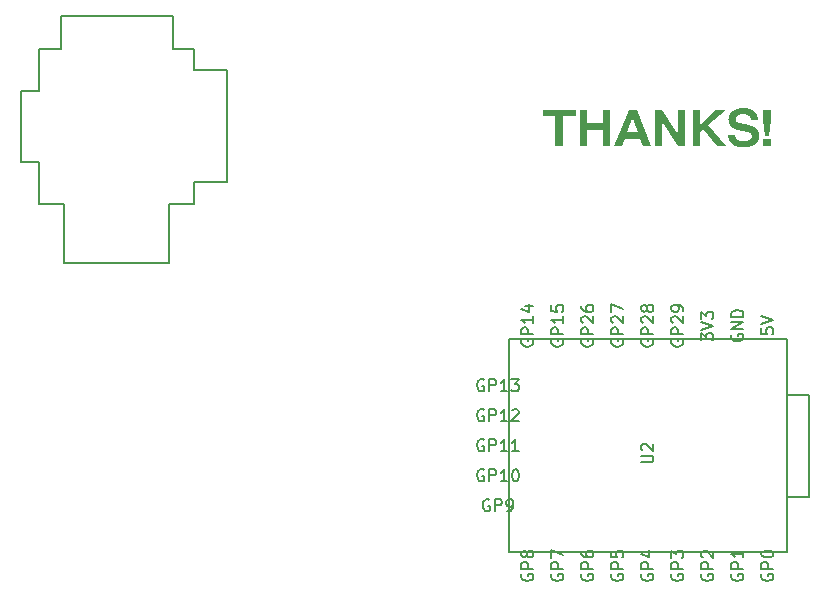
<source format=gbr>
%TF.GenerationSoftware,KiCad,Pcbnew,7.0.8*%
%TF.CreationDate,2024-01-07T19:03:19+09:00*%
%TF.ProjectId,coolpad29,636f6f6c-7061-4643-9239-2e6b69636164,rev?*%
%TF.SameCoordinates,Original*%
%TF.FileFunction,Legend,Top*%
%TF.FilePolarity,Positive*%
%FSLAX46Y46*%
G04 Gerber Fmt 4.6, Leading zero omitted, Abs format (unit mm)*
G04 Created by KiCad (PCBNEW 7.0.8) date 2024-01-07 19:03:19*
%MOMM*%
%LPD*%
G01*
G04 APERTURE LIST*
%ADD10C,0.600000*%
%ADD11C,0.150000*%
%ADD12C,0.200000*%
G04 APERTURE END LIST*
D10*
G36*
X46450572Y-14591053D02*
G01*
X46450572Y-14064954D01*
X43652281Y-14064954D01*
X43652281Y-14591053D01*
X44744780Y-14591053D01*
X44744780Y-17160000D01*
X45358806Y-17160000D01*
X45358806Y-14591053D01*
X46450572Y-14591053D01*
G37*
G36*
X49371960Y-17160000D02*
G01*
X49371960Y-14064954D01*
X48757934Y-14064954D01*
X48757934Y-15237320D01*
X47406782Y-15237320D01*
X47406782Y-14064954D01*
X46792756Y-14064954D01*
X46792756Y-17160000D01*
X47406782Y-17160000D01*
X47406782Y-15763419D01*
X48757934Y-15763419D01*
X48757934Y-17160000D01*
X49371960Y-17160000D01*
G37*
G36*
X52800397Y-17160000D02*
G01*
X52122623Y-17160000D01*
X51896210Y-16509337D01*
X50640314Y-16509337D01*
X50413168Y-17160000D01*
X49736127Y-17160000D01*
X50188531Y-15987634D01*
X50824228Y-15987634D01*
X51715959Y-15987634D01*
X51315157Y-14845310D01*
X51269727Y-14665059D01*
X51221367Y-14845310D01*
X50824228Y-15987634D01*
X50188531Y-15987634D01*
X50930474Y-14064954D01*
X51605317Y-14064954D01*
X52800397Y-17160000D01*
G37*
G36*
X55743768Y-17160000D02*
G01*
X55743768Y-14064954D01*
X55150990Y-14064954D01*
X55150990Y-15851346D01*
X55233056Y-16527655D01*
X55022763Y-16016210D01*
X53805701Y-14064954D01*
X53164563Y-14064954D01*
X53164563Y-17160000D01*
X53757341Y-17160000D01*
X53757341Y-15372142D01*
X53675275Y-14698032D01*
X53885568Y-15208743D01*
X55102630Y-17160000D01*
X55743768Y-17160000D01*
G37*
G36*
X59171472Y-17160000D02*
G01*
X57670844Y-15372875D01*
X59139965Y-14064954D01*
X58279741Y-14064954D01*
X56964494Y-15328178D01*
X56964494Y-14064954D01*
X56350467Y-14064954D01*
X56350467Y-17160000D01*
X56964494Y-17160000D01*
X56964494Y-15994961D01*
X57248792Y-15742903D01*
X58399909Y-17160000D01*
X59171472Y-17160000D01*
G37*
G36*
X61993942Y-16240425D02*
G01*
X61992356Y-16183435D01*
X61987705Y-16128932D01*
X61980145Y-16076862D01*
X61969835Y-16027171D01*
X61956934Y-15979804D01*
X61941600Y-15934707D01*
X61923990Y-15891826D01*
X61904263Y-15851106D01*
X61882578Y-15812493D01*
X61859091Y-15775932D01*
X61833963Y-15741370D01*
X61807350Y-15708752D01*
X61779411Y-15678023D01*
X61750304Y-15649130D01*
X61720187Y-15622017D01*
X61689219Y-15596632D01*
X61657557Y-15572918D01*
X61625360Y-15550822D01*
X61592786Y-15530290D01*
X61559994Y-15511267D01*
X61527141Y-15493699D01*
X61494385Y-15477532D01*
X61461885Y-15462711D01*
X61429799Y-15449181D01*
X61398284Y-15436890D01*
X61367501Y-15425781D01*
X61337605Y-15415801D01*
X61308757Y-15406896D01*
X61254832Y-15392092D01*
X61206992Y-15380935D01*
X60409050Y-15203614D01*
X60379753Y-15196790D01*
X60325005Y-15182185D01*
X60275229Y-15166318D01*
X60230236Y-15149205D01*
X60189836Y-15130865D01*
X60153842Y-15111314D01*
X60122063Y-15090569D01*
X60094312Y-15068648D01*
X60070399Y-15045568D01*
X60050135Y-15021346D01*
X60033331Y-14995998D01*
X60019799Y-14969544D01*
X60009350Y-14941998D01*
X60001795Y-14913380D01*
X59996944Y-14883705D01*
X59994609Y-14852991D01*
X59994326Y-14837250D01*
X59995901Y-14802875D01*
X60000506Y-14770598D01*
X60007958Y-14740353D01*
X60018074Y-14712074D01*
X60045572Y-14661148D01*
X60081544Y-14617294D01*
X60124530Y-14579983D01*
X60173075Y-14548687D01*
X60225719Y-14522877D01*
X60253123Y-14511865D01*
X60281006Y-14502027D01*
X60309185Y-14493296D01*
X60337478Y-14485607D01*
X60393677Y-14473090D01*
X60448147Y-14463947D01*
X60499428Y-14457651D01*
X60546064Y-14453673D01*
X60586597Y-14451486D01*
X60619569Y-14450560D01*
X60643524Y-14450369D01*
X60676010Y-14450755D01*
X60714747Y-14452319D01*
X60758619Y-14455673D01*
X60806510Y-14461429D01*
X60857303Y-14470199D01*
X60909882Y-14482595D01*
X60963131Y-14499229D01*
X61015933Y-14520711D01*
X61067172Y-14547655D01*
X61115733Y-14580672D01*
X61138660Y-14599649D01*
X61160498Y-14620373D01*
X61181108Y-14642922D01*
X61200351Y-14667371D01*
X61218088Y-14693798D01*
X61234177Y-14722278D01*
X61248481Y-14752888D01*
X61260859Y-14785704D01*
X61271172Y-14820804D01*
X61279280Y-14858263D01*
X61285044Y-14898158D01*
X61288325Y-14940565D01*
X61906015Y-14940565D01*
X61900014Y-14904766D01*
X61893951Y-14870293D01*
X61887809Y-14837100D01*
X61881567Y-14805144D01*
X61875208Y-14774381D01*
X61868713Y-14744766D01*
X61855239Y-14688804D01*
X61840997Y-14636903D01*
X61825837Y-14588709D01*
X61809610Y-14543868D01*
X61792167Y-14502027D01*
X61773359Y-14462830D01*
X61753036Y-14425923D01*
X61731050Y-14390953D01*
X61707251Y-14357565D01*
X61681490Y-14325404D01*
X61653617Y-14294118D01*
X61623484Y-14263351D01*
X61590942Y-14232749D01*
X61563772Y-14208914D01*
X61536013Y-14186298D01*
X61507707Y-14164870D01*
X61478901Y-14144601D01*
X61449640Y-14125460D01*
X61419968Y-14107417D01*
X61389930Y-14090441D01*
X61359571Y-14074503D01*
X61328937Y-14059571D01*
X61298071Y-14045615D01*
X61267020Y-14032606D01*
X61235827Y-14020512D01*
X61204539Y-14009304D01*
X61173199Y-13998952D01*
X61141853Y-13989424D01*
X61110546Y-13980690D01*
X61079323Y-13972721D01*
X61048229Y-13965486D01*
X61017308Y-13958954D01*
X60986605Y-13953096D01*
X60956166Y-13947880D01*
X60926036Y-13943277D01*
X60896259Y-13939257D01*
X60866880Y-13935788D01*
X60809497Y-13930385D01*
X60754247Y-13926826D01*
X60701489Y-13924869D01*
X60651584Y-13924270D01*
X60594725Y-13925048D01*
X60537715Y-13927398D01*
X60480683Y-13931350D01*
X60423757Y-13936930D01*
X60367064Y-13944166D01*
X60310734Y-13953086D01*
X60254894Y-13963717D01*
X60199673Y-13976088D01*
X60145199Y-13990225D01*
X60091601Y-14006157D01*
X60039006Y-14023910D01*
X59987543Y-14043513D01*
X59937340Y-14064994D01*
X59888525Y-14088379D01*
X59841227Y-14113697D01*
X59795573Y-14140975D01*
X59751693Y-14170241D01*
X59709715Y-14201522D01*
X59669766Y-14234846D01*
X59631975Y-14270241D01*
X59596470Y-14307735D01*
X59563379Y-14347354D01*
X59532832Y-14389127D01*
X59504955Y-14433082D01*
X59479878Y-14479245D01*
X59457728Y-14527645D01*
X59438634Y-14578309D01*
X59422723Y-14631265D01*
X59410126Y-14686540D01*
X59400968Y-14744162D01*
X59395380Y-14804160D01*
X59393489Y-14866559D01*
X59394773Y-14921881D01*
X59398564Y-14975081D01*
X59404775Y-15026200D01*
X59413314Y-15075279D01*
X59424093Y-15122361D01*
X59437021Y-15167486D01*
X59452011Y-15210695D01*
X59468971Y-15252032D01*
X59487813Y-15291536D01*
X59508447Y-15329249D01*
X59530784Y-15365213D01*
X59554733Y-15399469D01*
X59580207Y-15432059D01*
X59607114Y-15463024D01*
X59635366Y-15492405D01*
X59664873Y-15520245D01*
X59695546Y-15546584D01*
X59727295Y-15571464D01*
X59760030Y-15594926D01*
X59793663Y-15617012D01*
X59828103Y-15637763D01*
X59863262Y-15657222D01*
X59899049Y-15675428D01*
X59935376Y-15692424D01*
X59972152Y-15708252D01*
X60009289Y-15722952D01*
X60046696Y-15736566D01*
X60084284Y-15749135D01*
X60121965Y-15760701D01*
X60159647Y-15771306D01*
X60197242Y-15780991D01*
X60234661Y-15789797D01*
X60973984Y-15954661D01*
X61023564Y-15966532D01*
X61069571Y-15978905D01*
X61112058Y-15991960D01*
X61151075Y-16005872D01*
X61186676Y-16020819D01*
X61218910Y-16036977D01*
X61247830Y-16054524D01*
X61273487Y-16073638D01*
X61295932Y-16094494D01*
X61315218Y-16117271D01*
X61331395Y-16142145D01*
X61344516Y-16169293D01*
X61354631Y-16198893D01*
X61361792Y-16231122D01*
X61366051Y-16266156D01*
X61367459Y-16304173D01*
X61365776Y-16341697D01*
X61360850Y-16376969D01*
X61352870Y-16410057D01*
X61342024Y-16441031D01*
X61328501Y-16469961D01*
X61312489Y-16496917D01*
X61294176Y-16521968D01*
X61273750Y-16545183D01*
X61251400Y-16566633D01*
X61227313Y-16586387D01*
X61201679Y-16604514D01*
X61174685Y-16621085D01*
X61146519Y-16636168D01*
X61117369Y-16649835D01*
X61087425Y-16662153D01*
X61056874Y-16673193D01*
X61025904Y-16683025D01*
X60994704Y-16691717D01*
X60963462Y-16699340D01*
X60932366Y-16705964D01*
X60901604Y-16711658D01*
X60871365Y-16716491D01*
X60841837Y-16720533D01*
X60785665Y-16726524D01*
X60734596Y-16730187D01*
X60690135Y-16732080D01*
X60653788Y-16732760D01*
X60639127Y-16732819D01*
X60594590Y-16732113D01*
X60546198Y-16729612D01*
X60494837Y-16724738D01*
X60441394Y-16716916D01*
X60386752Y-16705570D01*
X60331798Y-16690122D01*
X60277417Y-16669996D01*
X60224494Y-16644617D01*
X60198857Y-16629776D01*
X60173916Y-16613407D01*
X60149783Y-16595435D01*
X60126568Y-16575790D01*
X60104381Y-16554399D01*
X60083335Y-16531191D01*
X60063538Y-16506092D01*
X60045102Y-16479031D01*
X60028138Y-16449937D01*
X60012755Y-16418736D01*
X59999066Y-16385358D01*
X59987181Y-16349729D01*
X59977209Y-16311778D01*
X59969263Y-16271433D01*
X59963452Y-16228622D01*
X59959888Y-16183272D01*
X59345861Y-16183272D01*
X59352474Y-16267701D01*
X59363127Y-16347681D01*
X59377644Y-16423330D01*
X59395850Y-16494762D01*
X59417569Y-16562094D01*
X59442626Y-16625443D01*
X59470843Y-16684922D01*
X59502047Y-16740650D01*
X59536061Y-16792741D01*
X59572708Y-16841311D01*
X59611815Y-16886477D01*
X59653204Y-16928354D01*
X59696700Y-16967059D01*
X59742127Y-17002706D01*
X59789309Y-17035413D01*
X59838072Y-17065294D01*
X59888238Y-17092467D01*
X59939632Y-17117046D01*
X59992079Y-17139148D01*
X60045402Y-17158889D01*
X60099427Y-17176384D01*
X60153976Y-17191750D01*
X60208875Y-17205102D01*
X60263947Y-17216557D01*
X60319018Y-17226230D01*
X60373910Y-17234237D01*
X60428449Y-17240694D01*
X60482458Y-17245717D01*
X60535762Y-17249422D01*
X60588185Y-17251925D01*
X60639551Y-17253342D01*
X60689685Y-17253789D01*
X60765501Y-17252518D01*
X60839331Y-17248744D01*
X60911149Y-17242519D01*
X60980925Y-17233898D01*
X61048633Y-17222935D01*
X61114245Y-17209686D01*
X61177734Y-17194204D01*
X61239072Y-17176543D01*
X61298230Y-17156758D01*
X61355182Y-17134904D01*
X61409900Y-17111034D01*
X61462356Y-17085203D01*
X61512523Y-17057465D01*
X61560373Y-17027874D01*
X61605878Y-16996486D01*
X61649010Y-16963353D01*
X61689743Y-16928532D01*
X61728048Y-16892075D01*
X61763898Y-16854038D01*
X61797265Y-16814474D01*
X61828121Y-16773438D01*
X61856439Y-16730984D01*
X61882192Y-16687167D01*
X61905351Y-16642041D01*
X61925889Y-16595660D01*
X61943778Y-16548078D01*
X61958991Y-16499351D01*
X61971500Y-16449532D01*
X61981277Y-16398675D01*
X61988295Y-16346836D01*
X61992526Y-16294068D01*
X61993942Y-16240425D01*
G37*
G36*
X62958213Y-14936901D02*
G01*
X62958213Y-14064954D01*
X62344187Y-14064954D01*
X62344187Y-14936901D01*
X62493663Y-16334947D01*
X62813133Y-16334947D01*
X62958213Y-14936901D01*
G37*
G36*
X62958213Y-17160000D02*
G01*
X62958213Y-16546706D01*
X62344187Y-16546706D01*
X62344187Y-17160000D01*
X62958213Y-17160000D01*
G37*
D11*
X52014819Y-43921904D02*
X52824342Y-43921904D01*
X52824342Y-43921904D02*
X52919580Y-43874285D01*
X52919580Y-43874285D02*
X52967200Y-43826666D01*
X52967200Y-43826666D02*
X53014819Y-43731428D01*
X53014819Y-43731428D02*
X53014819Y-43540952D01*
X53014819Y-43540952D02*
X52967200Y-43445714D01*
X52967200Y-43445714D02*
X52919580Y-43398095D01*
X52919580Y-43398095D02*
X52824342Y-43350476D01*
X52824342Y-43350476D02*
X52014819Y-43350476D01*
X52110057Y-42921904D02*
X52062438Y-42874285D01*
X52062438Y-42874285D02*
X52014819Y-42779047D01*
X52014819Y-42779047D02*
X52014819Y-42540952D01*
X52014819Y-42540952D02*
X52062438Y-42445714D01*
X52062438Y-42445714D02*
X52110057Y-42398095D01*
X52110057Y-42398095D02*
X52205295Y-42350476D01*
X52205295Y-42350476D02*
X52300533Y-42350476D01*
X52300533Y-42350476D02*
X52443390Y-42398095D01*
X52443390Y-42398095D02*
X53014819Y-42969523D01*
X53014819Y-42969523D02*
X53014819Y-42350476D01*
X39155714Y-47102438D02*
X39060476Y-47054819D01*
X39060476Y-47054819D02*
X38917619Y-47054819D01*
X38917619Y-47054819D02*
X38774762Y-47102438D01*
X38774762Y-47102438D02*
X38679524Y-47197676D01*
X38679524Y-47197676D02*
X38631905Y-47292914D01*
X38631905Y-47292914D02*
X38584286Y-47483390D01*
X38584286Y-47483390D02*
X38584286Y-47626247D01*
X38584286Y-47626247D02*
X38631905Y-47816723D01*
X38631905Y-47816723D02*
X38679524Y-47911961D01*
X38679524Y-47911961D02*
X38774762Y-48007200D01*
X38774762Y-48007200D02*
X38917619Y-48054819D01*
X38917619Y-48054819D02*
X39012857Y-48054819D01*
X39012857Y-48054819D02*
X39155714Y-48007200D01*
X39155714Y-48007200D02*
X39203333Y-47959580D01*
X39203333Y-47959580D02*
X39203333Y-47626247D01*
X39203333Y-47626247D02*
X39012857Y-47626247D01*
X39631905Y-48054819D02*
X39631905Y-47054819D01*
X39631905Y-47054819D02*
X40012857Y-47054819D01*
X40012857Y-47054819D02*
X40108095Y-47102438D01*
X40108095Y-47102438D02*
X40155714Y-47150057D01*
X40155714Y-47150057D02*
X40203333Y-47245295D01*
X40203333Y-47245295D02*
X40203333Y-47388152D01*
X40203333Y-47388152D02*
X40155714Y-47483390D01*
X40155714Y-47483390D02*
X40108095Y-47531009D01*
X40108095Y-47531009D02*
X40012857Y-47578628D01*
X40012857Y-47578628D02*
X39631905Y-47578628D01*
X40679524Y-48054819D02*
X40870000Y-48054819D01*
X40870000Y-48054819D02*
X40965238Y-48007200D01*
X40965238Y-48007200D02*
X41012857Y-47959580D01*
X41012857Y-47959580D02*
X41108095Y-47816723D01*
X41108095Y-47816723D02*
X41155714Y-47626247D01*
X41155714Y-47626247D02*
X41155714Y-47245295D01*
X41155714Y-47245295D02*
X41108095Y-47150057D01*
X41108095Y-47150057D02*
X41060476Y-47102438D01*
X41060476Y-47102438D02*
X40965238Y-47054819D01*
X40965238Y-47054819D02*
X40774762Y-47054819D01*
X40774762Y-47054819D02*
X40679524Y-47102438D01*
X40679524Y-47102438D02*
X40631905Y-47150057D01*
X40631905Y-47150057D02*
X40584286Y-47245295D01*
X40584286Y-47245295D02*
X40584286Y-47483390D01*
X40584286Y-47483390D02*
X40631905Y-47578628D01*
X40631905Y-47578628D02*
X40679524Y-47626247D01*
X40679524Y-47626247D02*
X40774762Y-47673866D01*
X40774762Y-47673866D02*
X40965238Y-47673866D01*
X40965238Y-47673866D02*
X41060476Y-47626247D01*
X41060476Y-47626247D02*
X41108095Y-47578628D01*
X41108095Y-47578628D02*
X41155714Y-47483390D01*
X38679523Y-42022438D02*
X38584285Y-41974819D01*
X38584285Y-41974819D02*
X38441428Y-41974819D01*
X38441428Y-41974819D02*
X38298571Y-42022438D01*
X38298571Y-42022438D02*
X38203333Y-42117676D01*
X38203333Y-42117676D02*
X38155714Y-42212914D01*
X38155714Y-42212914D02*
X38108095Y-42403390D01*
X38108095Y-42403390D02*
X38108095Y-42546247D01*
X38108095Y-42546247D02*
X38155714Y-42736723D01*
X38155714Y-42736723D02*
X38203333Y-42831961D01*
X38203333Y-42831961D02*
X38298571Y-42927200D01*
X38298571Y-42927200D02*
X38441428Y-42974819D01*
X38441428Y-42974819D02*
X38536666Y-42974819D01*
X38536666Y-42974819D02*
X38679523Y-42927200D01*
X38679523Y-42927200D02*
X38727142Y-42879580D01*
X38727142Y-42879580D02*
X38727142Y-42546247D01*
X38727142Y-42546247D02*
X38536666Y-42546247D01*
X39155714Y-42974819D02*
X39155714Y-41974819D01*
X39155714Y-41974819D02*
X39536666Y-41974819D01*
X39536666Y-41974819D02*
X39631904Y-42022438D01*
X39631904Y-42022438D02*
X39679523Y-42070057D01*
X39679523Y-42070057D02*
X39727142Y-42165295D01*
X39727142Y-42165295D02*
X39727142Y-42308152D01*
X39727142Y-42308152D02*
X39679523Y-42403390D01*
X39679523Y-42403390D02*
X39631904Y-42451009D01*
X39631904Y-42451009D02*
X39536666Y-42498628D01*
X39536666Y-42498628D02*
X39155714Y-42498628D01*
X40679523Y-42974819D02*
X40108095Y-42974819D01*
X40393809Y-42974819D02*
X40393809Y-41974819D01*
X40393809Y-41974819D02*
X40298571Y-42117676D01*
X40298571Y-42117676D02*
X40203333Y-42212914D01*
X40203333Y-42212914D02*
X40108095Y-42260533D01*
X41631904Y-42974819D02*
X41060476Y-42974819D01*
X41346190Y-42974819D02*
X41346190Y-41974819D01*
X41346190Y-41974819D02*
X41250952Y-42117676D01*
X41250952Y-42117676D02*
X41155714Y-42212914D01*
X41155714Y-42212914D02*
X41060476Y-42260533D01*
X59692438Y-53394285D02*
X59644819Y-53489523D01*
X59644819Y-53489523D02*
X59644819Y-53632380D01*
X59644819Y-53632380D02*
X59692438Y-53775237D01*
X59692438Y-53775237D02*
X59787676Y-53870475D01*
X59787676Y-53870475D02*
X59882914Y-53918094D01*
X59882914Y-53918094D02*
X60073390Y-53965713D01*
X60073390Y-53965713D02*
X60216247Y-53965713D01*
X60216247Y-53965713D02*
X60406723Y-53918094D01*
X60406723Y-53918094D02*
X60501961Y-53870475D01*
X60501961Y-53870475D02*
X60597200Y-53775237D01*
X60597200Y-53775237D02*
X60644819Y-53632380D01*
X60644819Y-53632380D02*
X60644819Y-53537142D01*
X60644819Y-53537142D02*
X60597200Y-53394285D01*
X60597200Y-53394285D02*
X60549580Y-53346666D01*
X60549580Y-53346666D02*
X60216247Y-53346666D01*
X60216247Y-53346666D02*
X60216247Y-53537142D01*
X60644819Y-52918094D02*
X59644819Y-52918094D01*
X59644819Y-52918094D02*
X59644819Y-52537142D01*
X59644819Y-52537142D02*
X59692438Y-52441904D01*
X59692438Y-52441904D02*
X59740057Y-52394285D01*
X59740057Y-52394285D02*
X59835295Y-52346666D01*
X59835295Y-52346666D02*
X59978152Y-52346666D01*
X59978152Y-52346666D02*
X60073390Y-52394285D01*
X60073390Y-52394285D02*
X60121009Y-52441904D01*
X60121009Y-52441904D02*
X60168628Y-52537142D01*
X60168628Y-52537142D02*
X60168628Y-52918094D01*
X60644819Y-51394285D02*
X60644819Y-51965713D01*
X60644819Y-51679999D02*
X59644819Y-51679999D01*
X59644819Y-51679999D02*
X59787676Y-51775237D01*
X59787676Y-51775237D02*
X59882914Y-51870475D01*
X59882914Y-51870475D02*
X59930533Y-51965713D01*
X46992438Y-53394285D02*
X46944819Y-53489523D01*
X46944819Y-53489523D02*
X46944819Y-53632380D01*
X46944819Y-53632380D02*
X46992438Y-53775237D01*
X46992438Y-53775237D02*
X47087676Y-53870475D01*
X47087676Y-53870475D02*
X47182914Y-53918094D01*
X47182914Y-53918094D02*
X47373390Y-53965713D01*
X47373390Y-53965713D02*
X47516247Y-53965713D01*
X47516247Y-53965713D02*
X47706723Y-53918094D01*
X47706723Y-53918094D02*
X47801961Y-53870475D01*
X47801961Y-53870475D02*
X47897200Y-53775237D01*
X47897200Y-53775237D02*
X47944819Y-53632380D01*
X47944819Y-53632380D02*
X47944819Y-53537142D01*
X47944819Y-53537142D02*
X47897200Y-53394285D01*
X47897200Y-53394285D02*
X47849580Y-53346666D01*
X47849580Y-53346666D02*
X47516247Y-53346666D01*
X47516247Y-53346666D02*
X47516247Y-53537142D01*
X47944819Y-52918094D02*
X46944819Y-52918094D01*
X46944819Y-52918094D02*
X46944819Y-52537142D01*
X46944819Y-52537142D02*
X46992438Y-52441904D01*
X46992438Y-52441904D02*
X47040057Y-52394285D01*
X47040057Y-52394285D02*
X47135295Y-52346666D01*
X47135295Y-52346666D02*
X47278152Y-52346666D01*
X47278152Y-52346666D02*
X47373390Y-52394285D01*
X47373390Y-52394285D02*
X47421009Y-52441904D01*
X47421009Y-52441904D02*
X47468628Y-52537142D01*
X47468628Y-52537142D02*
X47468628Y-52918094D01*
X46944819Y-51489523D02*
X46944819Y-51679999D01*
X46944819Y-51679999D02*
X46992438Y-51775237D01*
X46992438Y-51775237D02*
X47040057Y-51822856D01*
X47040057Y-51822856D02*
X47182914Y-51918094D01*
X47182914Y-51918094D02*
X47373390Y-51965713D01*
X47373390Y-51965713D02*
X47754342Y-51965713D01*
X47754342Y-51965713D02*
X47849580Y-51918094D01*
X47849580Y-51918094D02*
X47897200Y-51870475D01*
X47897200Y-51870475D02*
X47944819Y-51775237D01*
X47944819Y-51775237D02*
X47944819Y-51584761D01*
X47944819Y-51584761D02*
X47897200Y-51489523D01*
X47897200Y-51489523D02*
X47849580Y-51441904D01*
X47849580Y-51441904D02*
X47754342Y-51394285D01*
X47754342Y-51394285D02*
X47516247Y-51394285D01*
X47516247Y-51394285D02*
X47421009Y-51441904D01*
X47421009Y-51441904D02*
X47373390Y-51489523D01*
X47373390Y-51489523D02*
X47325771Y-51584761D01*
X47325771Y-51584761D02*
X47325771Y-51775237D01*
X47325771Y-51775237D02*
X47373390Y-51870475D01*
X47373390Y-51870475D02*
X47421009Y-51918094D01*
X47421009Y-51918094D02*
X47516247Y-51965713D01*
X59692438Y-33121904D02*
X59644819Y-33217142D01*
X59644819Y-33217142D02*
X59644819Y-33359999D01*
X59644819Y-33359999D02*
X59692438Y-33502856D01*
X59692438Y-33502856D02*
X59787676Y-33598094D01*
X59787676Y-33598094D02*
X59882914Y-33645713D01*
X59882914Y-33645713D02*
X60073390Y-33693332D01*
X60073390Y-33693332D02*
X60216247Y-33693332D01*
X60216247Y-33693332D02*
X60406723Y-33645713D01*
X60406723Y-33645713D02*
X60501961Y-33598094D01*
X60501961Y-33598094D02*
X60597200Y-33502856D01*
X60597200Y-33502856D02*
X60644819Y-33359999D01*
X60644819Y-33359999D02*
X60644819Y-33264761D01*
X60644819Y-33264761D02*
X60597200Y-33121904D01*
X60597200Y-33121904D02*
X60549580Y-33074285D01*
X60549580Y-33074285D02*
X60216247Y-33074285D01*
X60216247Y-33074285D02*
X60216247Y-33264761D01*
X60644819Y-32645713D02*
X59644819Y-32645713D01*
X59644819Y-32645713D02*
X60644819Y-32074285D01*
X60644819Y-32074285D02*
X59644819Y-32074285D01*
X60644819Y-31598094D02*
X59644819Y-31598094D01*
X59644819Y-31598094D02*
X59644819Y-31359999D01*
X59644819Y-31359999D02*
X59692438Y-31217142D01*
X59692438Y-31217142D02*
X59787676Y-31121904D01*
X59787676Y-31121904D02*
X59882914Y-31074285D01*
X59882914Y-31074285D02*
X60073390Y-31026666D01*
X60073390Y-31026666D02*
X60216247Y-31026666D01*
X60216247Y-31026666D02*
X60406723Y-31074285D01*
X60406723Y-31074285D02*
X60501961Y-31121904D01*
X60501961Y-31121904D02*
X60597200Y-31217142D01*
X60597200Y-31217142D02*
X60644819Y-31359999D01*
X60644819Y-31359999D02*
X60644819Y-31598094D01*
X38679523Y-44562438D02*
X38584285Y-44514819D01*
X38584285Y-44514819D02*
X38441428Y-44514819D01*
X38441428Y-44514819D02*
X38298571Y-44562438D01*
X38298571Y-44562438D02*
X38203333Y-44657676D01*
X38203333Y-44657676D02*
X38155714Y-44752914D01*
X38155714Y-44752914D02*
X38108095Y-44943390D01*
X38108095Y-44943390D02*
X38108095Y-45086247D01*
X38108095Y-45086247D02*
X38155714Y-45276723D01*
X38155714Y-45276723D02*
X38203333Y-45371961D01*
X38203333Y-45371961D02*
X38298571Y-45467200D01*
X38298571Y-45467200D02*
X38441428Y-45514819D01*
X38441428Y-45514819D02*
X38536666Y-45514819D01*
X38536666Y-45514819D02*
X38679523Y-45467200D01*
X38679523Y-45467200D02*
X38727142Y-45419580D01*
X38727142Y-45419580D02*
X38727142Y-45086247D01*
X38727142Y-45086247D02*
X38536666Y-45086247D01*
X39155714Y-45514819D02*
X39155714Y-44514819D01*
X39155714Y-44514819D02*
X39536666Y-44514819D01*
X39536666Y-44514819D02*
X39631904Y-44562438D01*
X39631904Y-44562438D02*
X39679523Y-44610057D01*
X39679523Y-44610057D02*
X39727142Y-44705295D01*
X39727142Y-44705295D02*
X39727142Y-44848152D01*
X39727142Y-44848152D02*
X39679523Y-44943390D01*
X39679523Y-44943390D02*
X39631904Y-44991009D01*
X39631904Y-44991009D02*
X39536666Y-45038628D01*
X39536666Y-45038628D02*
X39155714Y-45038628D01*
X40679523Y-45514819D02*
X40108095Y-45514819D01*
X40393809Y-45514819D02*
X40393809Y-44514819D01*
X40393809Y-44514819D02*
X40298571Y-44657676D01*
X40298571Y-44657676D02*
X40203333Y-44752914D01*
X40203333Y-44752914D02*
X40108095Y-44800533D01*
X41298571Y-44514819D02*
X41393809Y-44514819D01*
X41393809Y-44514819D02*
X41489047Y-44562438D01*
X41489047Y-44562438D02*
X41536666Y-44610057D01*
X41536666Y-44610057D02*
X41584285Y-44705295D01*
X41584285Y-44705295D02*
X41631904Y-44895771D01*
X41631904Y-44895771D02*
X41631904Y-45133866D01*
X41631904Y-45133866D02*
X41584285Y-45324342D01*
X41584285Y-45324342D02*
X41536666Y-45419580D01*
X41536666Y-45419580D02*
X41489047Y-45467200D01*
X41489047Y-45467200D02*
X41393809Y-45514819D01*
X41393809Y-45514819D02*
X41298571Y-45514819D01*
X41298571Y-45514819D02*
X41203333Y-45467200D01*
X41203333Y-45467200D02*
X41155714Y-45419580D01*
X41155714Y-45419580D02*
X41108095Y-45324342D01*
X41108095Y-45324342D02*
X41060476Y-45133866D01*
X41060476Y-45133866D02*
X41060476Y-44895771D01*
X41060476Y-44895771D02*
X41108095Y-44705295D01*
X41108095Y-44705295D02*
X41155714Y-44610057D01*
X41155714Y-44610057D02*
X41203333Y-44562438D01*
X41203333Y-44562438D02*
X41298571Y-44514819D01*
X54612438Y-53394285D02*
X54564819Y-53489523D01*
X54564819Y-53489523D02*
X54564819Y-53632380D01*
X54564819Y-53632380D02*
X54612438Y-53775237D01*
X54612438Y-53775237D02*
X54707676Y-53870475D01*
X54707676Y-53870475D02*
X54802914Y-53918094D01*
X54802914Y-53918094D02*
X54993390Y-53965713D01*
X54993390Y-53965713D02*
X55136247Y-53965713D01*
X55136247Y-53965713D02*
X55326723Y-53918094D01*
X55326723Y-53918094D02*
X55421961Y-53870475D01*
X55421961Y-53870475D02*
X55517200Y-53775237D01*
X55517200Y-53775237D02*
X55564819Y-53632380D01*
X55564819Y-53632380D02*
X55564819Y-53537142D01*
X55564819Y-53537142D02*
X55517200Y-53394285D01*
X55517200Y-53394285D02*
X55469580Y-53346666D01*
X55469580Y-53346666D02*
X55136247Y-53346666D01*
X55136247Y-53346666D02*
X55136247Y-53537142D01*
X55564819Y-52918094D02*
X54564819Y-52918094D01*
X54564819Y-52918094D02*
X54564819Y-52537142D01*
X54564819Y-52537142D02*
X54612438Y-52441904D01*
X54612438Y-52441904D02*
X54660057Y-52394285D01*
X54660057Y-52394285D02*
X54755295Y-52346666D01*
X54755295Y-52346666D02*
X54898152Y-52346666D01*
X54898152Y-52346666D02*
X54993390Y-52394285D01*
X54993390Y-52394285D02*
X55041009Y-52441904D01*
X55041009Y-52441904D02*
X55088628Y-52537142D01*
X55088628Y-52537142D02*
X55088628Y-52918094D01*
X54564819Y-52013332D02*
X54564819Y-51394285D01*
X54564819Y-51394285D02*
X54945771Y-51727618D01*
X54945771Y-51727618D02*
X54945771Y-51584761D01*
X54945771Y-51584761D02*
X54993390Y-51489523D01*
X54993390Y-51489523D02*
X55041009Y-51441904D01*
X55041009Y-51441904D02*
X55136247Y-51394285D01*
X55136247Y-51394285D02*
X55374342Y-51394285D01*
X55374342Y-51394285D02*
X55469580Y-51441904D01*
X55469580Y-51441904D02*
X55517200Y-51489523D01*
X55517200Y-51489523D02*
X55564819Y-51584761D01*
X55564819Y-51584761D02*
X55564819Y-51870475D01*
X55564819Y-51870475D02*
X55517200Y-51965713D01*
X55517200Y-51965713D02*
X55469580Y-52013332D01*
X41912438Y-33550476D02*
X41864819Y-33645714D01*
X41864819Y-33645714D02*
X41864819Y-33788571D01*
X41864819Y-33788571D02*
X41912438Y-33931428D01*
X41912438Y-33931428D02*
X42007676Y-34026666D01*
X42007676Y-34026666D02*
X42102914Y-34074285D01*
X42102914Y-34074285D02*
X42293390Y-34121904D01*
X42293390Y-34121904D02*
X42436247Y-34121904D01*
X42436247Y-34121904D02*
X42626723Y-34074285D01*
X42626723Y-34074285D02*
X42721961Y-34026666D01*
X42721961Y-34026666D02*
X42817200Y-33931428D01*
X42817200Y-33931428D02*
X42864819Y-33788571D01*
X42864819Y-33788571D02*
X42864819Y-33693333D01*
X42864819Y-33693333D02*
X42817200Y-33550476D01*
X42817200Y-33550476D02*
X42769580Y-33502857D01*
X42769580Y-33502857D02*
X42436247Y-33502857D01*
X42436247Y-33502857D02*
X42436247Y-33693333D01*
X42864819Y-33074285D02*
X41864819Y-33074285D01*
X41864819Y-33074285D02*
X41864819Y-32693333D01*
X41864819Y-32693333D02*
X41912438Y-32598095D01*
X41912438Y-32598095D02*
X41960057Y-32550476D01*
X41960057Y-32550476D02*
X42055295Y-32502857D01*
X42055295Y-32502857D02*
X42198152Y-32502857D01*
X42198152Y-32502857D02*
X42293390Y-32550476D01*
X42293390Y-32550476D02*
X42341009Y-32598095D01*
X42341009Y-32598095D02*
X42388628Y-32693333D01*
X42388628Y-32693333D02*
X42388628Y-33074285D01*
X42864819Y-31550476D02*
X42864819Y-32121904D01*
X42864819Y-31836190D02*
X41864819Y-31836190D01*
X41864819Y-31836190D02*
X42007676Y-31931428D01*
X42007676Y-31931428D02*
X42102914Y-32026666D01*
X42102914Y-32026666D02*
X42150533Y-32121904D01*
X42198152Y-30693333D02*
X42864819Y-30693333D01*
X41817200Y-30931428D02*
X42531485Y-31169523D01*
X42531485Y-31169523D02*
X42531485Y-30550476D01*
X57104819Y-33598094D02*
X57104819Y-32979047D01*
X57104819Y-32979047D02*
X57485771Y-33312380D01*
X57485771Y-33312380D02*
X57485771Y-33169523D01*
X57485771Y-33169523D02*
X57533390Y-33074285D01*
X57533390Y-33074285D02*
X57581009Y-33026666D01*
X57581009Y-33026666D02*
X57676247Y-32979047D01*
X57676247Y-32979047D02*
X57914342Y-32979047D01*
X57914342Y-32979047D02*
X58009580Y-33026666D01*
X58009580Y-33026666D02*
X58057200Y-33074285D01*
X58057200Y-33074285D02*
X58104819Y-33169523D01*
X58104819Y-33169523D02*
X58104819Y-33455237D01*
X58104819Y-33455237D02*
X58057200Y-33550475D01*
X58057200Y-33550475D02*
X58009580Y-33598094D01*
X57104819Y-32693332D02*
X58104819Y-32359999D01*
X58104819Y-32359999D02*
X57104819Y-32026666D01*
X57104819Y-31788570D02*
X57104819Y-31169523D01*
X57104819Y-31169523D02*
X57485771Y-31502856D01*
X57485771Y-31502856D02*
X57485771Y-31359999D01*
X57485771Y-31359999D02*
X57533390Y-31264761D01*
X57533390Y-31264761D02*
X57581009Y-31217142D01*
X57581009Y-31217142D02*
X57676247Y-31169523D01*
X57676247Y-31169523D02*
X57914342Y-31169523D01*
X57914342Y-31169523D02*
X58009580Y-31217142D01*
X58009580Y-31217142D02*
X58057200Y-31264761D01*
X58057200Y-31264761D02*
X58104819Y-31359999D01*
X58104819Y-31359999D02*
X58104819Y-31645713D01*
X58104819Y-31645713D02*
X58057200Y-31740951D01*
X58057200Y-31740951D02*
X58009580Y-31788570D01*
X52072438Y-33550476D02*
X52024819Y-33645714D01*
X52024819Y-33645714D02*
X52024819Y-33788571D01*
X52024819Y-33788571D02*
X52072438Y-33931428D01*
X52072438Y-33931428D02*
X52167676Y-34026666D01*
X52167676Y-34026666D02*
X52262914Y-34074285D01*
X52262914Y-34074285D02*
X52453390Y-34121904D01*
X52453390Y-34121904D02*
X52596247Y-34121904D01*
X52596247Y-34121904D02*
X52786723Y-34074285D01*
X52786723Y-34074285D02*
X52881961Y-34026666D01*
X52881961Y-34026666D02*
X52977200Y-33931428D01*
X52977200Y-33931428D02*
X53024819Y-33788571D01*
X53024819Y-33788571D02*
X53024819Y-33693333D01*
X53024819Y-33693333D02*
X52977200Y-33550476D01*
X52977200Y-33550476D02*
X52929580Y-33502857D01*
X52929580Y-33502857D02*
X52596247Y-33502857D01*
X52596247Y-33502857D02*
X52596247Y-33693333D01*
X53024819Y-33074285D02*
X52024819Y-33074285D01*
X52024819Y-33074285D02*
X52024819Y-32693333D01*
X52024819Y-32693333D02*
X52072438Y-32598095D01*
X52072438Y-32598095D02*
X52120057Y-32550476D01*
X52120057Y-32550476D02*
X52215295Y-32502857D01*
X52215295Y-32502857D02*
X52358152Y-32502857D01*
X52358152Y-32502857D02*
X52453390Y-32550476D01*
X52453390Y-32550476D02*
X52501009Y-32598095D01*
X52501009Y-32598095D02*
X52548628Y-32693333D01*
X52548628Y-32693333D02*
X52548628Y-33074285D01*
X52120057Y-32121904D02*
X52072438Y-32074285D01*
X52072438Y-32074285D02*
X52024819Y-31979047D01*
X52024819Y-31979047D02*
X52024819Y-31740952D01*
X52024819Y-31740952D02*
X52072438Y-31645714D01*
X52072438Y-31645714D02*
X52120057Y-31598095D01*
X52120057Y-31598095D02*
X52215295Y-31550476D01*
X52215295Y-31550476D02*
X52310533Y-31550476D01*
X52310533Y-31550476D02*
X52453390Y-31598095D01*
X52453390Y-31598095D02*
X53024819Y-32169523D01*
X53024819Y-32169523D02*
X53024819Y-31550476D01*
X52453390Y-30979047D02*
X52405771Y-31074285D01*
X52405771Y-31074285D02*
X52358152Y-31121904D01*
X52358152Y-31121904D02*
X52262914Y-31169523D01*
X52262914Y-31169523D02*
X52215295Y-31169523D01*
X52215295Y-31169523D02*
X52120057Y-31121904D01*
X52120057Y-31121904D02*
X52072438Y-31074285D01*
X52072438Y-31074285D02*
X52024819Y-30979047D01*
X52024819Y-30979047D02*
X52024819Y-30788571D01*
X52024819Y-30788571D02*
X52072438Y-30693333D01*
X52072438Y-30693333D02*
X52120057Y-30645714D01*
X52120057Y-30645714D02*
X52215295Y-30598095D01*
X52215295Y-30598095D02*
X52262914Y-30598095D01*
X52262914Y-30598095D02*
X52358152Y-30645714D01*
X52358152Y-30645714D02*
X52405771Y-30693333D01*
X52405771Y-30693333D02*
X52453390Y-30788571D01*
X52453390Y-30788571D02*
X52453390Y-30979047D01*
X52453390Y-30979047D02*
X52501009Y-31074285D01*
X52501009Y-31074285D02*
X52548628Y-31121904D01*
X52548628Y-31121904D02*
X52643866Y-31169523D01*
X52643866Y-31169523D02*
X52834342Y-31169523D01*
X52834342Y-31169523D02*
X52929580Y-31121904D01*
X52929580Y-31121904D02*
X52977200Y-31074285D01*
X52977200Y-31074285D02*
X53024819Y-30979047D01*
X53024819Y-30979047D02*
X53024819Y-30788571D01*
X53024819Y-30788571D02*
X52977200Y-30693333D01*
X52977200Y-30693333D02*
X52929580Y-30645714D01*
X52929580Y-30645714D02*
X52834342Y-30598095D01*
X52834342Y-30598095D02*
X52643866Y-30598095D01*
X52643866Y-30598095D02*
X52548628Y-30645714D01*
X52548628Y-30645714D02*
X52501009Y-30693333D01*
X52501009Y-30693333D02*
X52453390Y-30788571D01*
X49532438Y-53394285D02*
X49484819Y-53489523D01*
X49484819Y-53489523D02*
X49484819Y-53632380D01*
X49484819Y-53632380D02*
X49532438Y-53775237D01*
X49532438Y-53775237D02*
X49627676Y-53870475D01*
X49627676Y-53870475D02*
X49722914Y-53918094D01*
X49722914Y-53918094D02*
X49913390Y-53965713D01*
X49913390Y-53965713D02*
X50056247Y-53965713D01*
X50056247Y-53965713D02*
X50246723Y-53918094D01*
X50246723Y-53918094D02*
X50341961Y-53870475D01*
X50341961Y-53870475D02*
X50437200Y-53775237D01*
X50437200Y-53775237D02*
X50484819Y-53632380D01*
X50484819Y-53632380D02*
X50484819Y-53537142D01*
X50484819Y-53537142D02*
X50437200Y-53394285D01*
X50437200Y-53394285D02*
X50389580Y-53346666D01*
X50389580Y-53346666D02*
X50056247Y-53346666D01*
X50056247Y-53346666D02*
X50056247Y-53537142D01*
X50484819Y-52918094D02*
X49484819Y-52918094D01*
X49484819Y-52918094D02*
X49484819Y-52537142D01*
X49484819Y-52537142D02*
X49532438Y-52441904D01*
X49532438Y-52441904D02*
X49580057Y-52394285D01*
X49580057Y-52394285D02*
X49675295Y-52346666D01*
X49675295Y-52346666D02*
X49818152Y-52346666D01*
X49818152Y-52346666D02*
X49913390Y-52394285D01*
X49913390Y-52394285D02*
X49961009Y-52441904D01*
X49961009Y-52441904D02*
X50008628Y-52537142D01*
X50008628Y-52537142D02*
X50008628Y-52918094D01*
X49484819Y-51441904D02*
X49484819Y-51918094D01*
X49484819Y-51918094D02*
X49961009Y-51965713D01*
X49961009Y-51965713D02*
X49913390Y-51918094D01*
X49913390Y-51918094D02*
X49865771Y-51822856D01*
X49865771Y-51822856D02*
X49865771Y-51584761D01*
X49865771Y-51584761D02*
X49913390Y-51489523D01*
X49913390Y-51489523D02*
X49961009Y-51441904D01*
X49961009Y-51441904D02*
X50056247Y-51394285D01*
X50056247Y-51394285D02*
X50294342Y-51394285D01*
X50294342Y-51394285D02*
X50389580Y-51441904D01*
X50389580Y-51441904D02*
X50437200Y-51489523D01*
X50437200Y-51489523D02*
X50484819Y-51584761D01*
X50484819Y-51584761D02*
X50484819Y-51822856D01*
X50484819Y-51822856D02*
X50437200Y-51918094D01*
X50437200Y-51918094D02*
X50389580Y-51965713D01*
X52072438Y-53394285D02*
X52024819Y-53489523D01*
X52024819Y-53489523D02*
X52024819Y-53632380D01*
X52024819Y-53632380D02*
X52072438Y-53775237D01*
X52072438Y-53775237D02*
X52167676Y-53870475D01*
X52167676Y-53870475D02*
X52262914Y-53918094D01*
X52262914Y-53918094D02*
X52453390Y-53965713D01*
X52453390Y-53965713D02*
X52596247Y-53965713D01*
X52596247Y-53965713D02*
X52786723Y-53918094D01*
X52786723Y-53918094D02*
X52881961Y-53870475D01*
X52881961Y-53870475D02*
X52977200Y-53775237D01*
X52977200Y-53775237D02*
X53024819Y-53632380D01*
X53024819Y-53632380D02*
X53024819Y-53537142D01*
X53024819Y-53537142D02*
X52977200Y-53394285D01*
X52977200Y-53394285D02*
X52929580Y-53346666D01*
X52929580Y-53346666D02*
X52596247Y-53346666D01*
X52596247Y-53346666D02*
X52596247Y-53537142D01*
X53024819Y-52918094D02*
X52024819Y-52918094D01*
X52024819Y-52918094D02*
X52024819Y-52537142D01*
X52024819Y-52537142D02*
X52072438Y-52441904D01*
X52072438Y-52441904D02*
X52120057Y-52394285D01*
X52120057Y-52394285D02*
X52215295Y-52346666D01*
X52215295Y-52346666D02*
X52358152Y-52346666D01*
X52358152Y-52346666D02*
X52453390Y-52394285D01*
X52453390Y-52394285D02*
X52501009Y-52441904D01*
X52501009Y-52441904D02*
X52548628Y-52537142D01*
X52548628Y-52537142D02*
X52548628Y-52918094D01*
X52358152Y-51489523D02*
X53024819Y-51489523D01*
X51977200Y-51727618D02*
X52691485Y-51965713D01*
X52691485Y-51965713D02*
X52691485Y-51346666D01*
X41912438Y-53394285D02*
X41864819Y-53489523D01*
X41864819Y-53489523D02*
X41864819Y-53632380D01*
X41864819Y-53632380D02*
X41912438Y-53775237D01*
X41912438Y-53775237D02*
X42007676Y-53870475D01*
X42007676Y-53870475D02*
X42102914Y-53918094D01*
X42102914Y-53918094D02*
X42293390Y-53965713D01*
X42293390Y-53965713D02*
X42436247Y-53965713D01*
X42436247Y-53965713D02*
X42626723Y-53918094D01*
X42626723Y-53918094D02*
X42721961Y-53870475D01*
X42721961Y-53870475D02*
X42817200Y-53775237D01*
X42817200Y-53775237D02*
X42864819Y-53632380D01*
X42864819Y-53632380D02*
X42864819Y-53537142D01*
X42864819Y-53537142D02*
X42817200Y-53394285D01*
X42817200Y-53394285D02*
X42769580Y-53346666D01*
X42769580Y-53346666D02*
X42436247Y-53346666D01*
X42436247Y-53346666D02*
X42436247Y-53537142D01*
X42864819Y-52918094D02*
X41864819Y-52918094D01*
X41864819Y-52918094D02*
X41864819Y-52537142D01*
X41864819Y-52537142D02*
X41912438Y-52441904D01*
X41912438Y-52441904D02*
X41960057Y-52394285D01*
X41960057Y-52394285D02*
X42055295Y-52346666D01*
X42055295Y-52346666D02*
X42198152Y-52346666D01*
X42198152Y-52346666D02*
X42293390Y-52394285D01*
X42293390Y-52394285D02*
X42341009Y-52441904D01*
X42341009Y-52441904D02*
X42388628Y-52537142D01*
X42388628Y-52537142D02*
X42388628Y-52918094D01*
X42293390Y-51775237D02*
X42245771Y-51870475D01*
X42245771Y-51870475D02*
X42198152Y-51918094D01*
X42198152Y-51918094D02*
X42102914Y-51965713D01*
X42102914Y-51965713D02*
X42055295Y-51965713D01*
X42055295Y-51965713D02*
X41960057Y-51918094D01*
X41960057Y-51918094D02*
X41912438Y-51870475D01*
X41912438Y-51870475D02*
X41864819Y-51775237D01*
X41864819Y-51775237D02*
X41864819Y-51584761D01*
X41864819Y-51584761D02*
X41912438Y-51489523D01*
X41912438Y-51489523D02*
X41960057Y-51441904D01*
X41960057Y-51441904D02*
X42055295Y-51394285D01*
X42055295Y-51394285D02*
X42102914Y-51394285D01*
X42102914Y-51394285D02*
X42198152Y-51441904D01*
X42198152Y-51441904D02*
X42245771Y-51489523D01*
X42245771Y-51489523D02*
X42293390Y-51584761D01*
X42293390Y-51584761D02*
X42293390Y-51775237D01*
X42293390Y-51775237D02*
X42341009Y-51870475D01*
X42341009Y-51870475D02*
X42388628Y-51918094D01*
X42388628Y-51918094D02*
X42483866Y-51965713D01*
X42483866Y-51965713D02*
X42674342Y-51965713D01*
X42674342Y-51965713D02*
X42769580Y-51918094D01*
X42769580Y-51918094D02*
X42817200Y-51870475D01*
X42817200Y-51870475D02*
X42864819Y-51775237D01*
X42864819Y-51775237D02*
X42864819Y-51584761D01*
X42864819Y-51584761D02*
X42817200Y-51489523D01*
X42817200Y-51489523D02*
X42769580Y-51441904D01*
X42769580Y-51441904D02*
X42674342Y-51394285D01*
X42674342Y-51394285D02*
X42483866Y-51394285D01*
X42483866Y-51394285D02*
X42388628Y-51441904D01*
X42388628Y-51441904D02*
X42341009Y-51489523D01*
X42341009Y-51489523D02*
X42293390Y-51584761D01*
X49532438Y-33550476D02*
X49484819Y-33645714D01*
X49484819Y-33645714D02*
X49484819Y-33788571D01*
X49484819Y-33788571D02*
X49532438Y-33931428D01*
X49532438Y-33931428D02*
X49627676Y-34026666D01*
X49627676Y-34026666D02*
X49722914Y-34074285D01*
X49722914Y-34074285D02*
X49913390Y-34121904D01*
X49913390Y-34121904D02*
X50056247Y-34121904D01*
X50056247Y-34121904D02*
X50246723Y-34074285D01*
X50246723Y-34074285D02*
X50341961Y-34026666D01*
X50341961Y-34026666D02*
X50437200Y-33931428D01*
X50437200Y-33931428D02*
X50484819Y-33788571D01*
X50484819Y-33788571D02*
X50484819Y-33693333D01*
X50484819Y-33693333D02*
X50437200Y-33550476D01*
X50437200Y-33550476D02*
X50389580Y-33502857D01*
X50389580Y-33502857D02*
X50056247Y-33502857D01*
X50056247Y-33502857D02*
X50056247Y-33693333D01*
X50484819Y-33074285D02*
X49484819Y-33074285D01*
X49484819Y-33074285D02*
X49484819Y-32693333D01*
X49484819Y-32693333D02*
X49532438Y-32598095D01*
X49532438Y-32598095D02*
X49580057Y-32550476D01*
X49580057Y-32550476D02*
X49675295Y-32502857D01*
X49675295Y-32502857D02*
X49818152Y-32502857D01*
X49818152Y-32502857D02*
X49913390Y-32550476D01*
X49913390Y-32550476D02*
X49961009Y-32598095D01*
X49961009Y-32598095D02*
X50008628Y-32693333D01*
X50008628Y-32693333D02*
X50008628Y-33074285D01*
X49580057Y-32121904D02*
X49532438Y-32074285D01*
X49532438Y-32074285D02*
X49484819Y-31979047D01*
X49484819Y-31979047D02*
X49484819Y-31740952D01*
X49484819Y-31740952D02*
X49532438Y-31645714D01*
X49532438Y-31645714D02*
X49580057Y-31598095D01*
X49580057Y-31598095D02*
X49675295Y-31550476D01*
X49675295Y-31550476D02*
X49770533Y-31550476D01*
X49770533Y-31550476D02*
X49913390Y-31598095D01*
X49913390Y-31598095D02*
X50484819Y-32169523D01*
X50484819Y-32169523D02*
X50484819Y-31550476D01*
X49484819Y-31217142D02*
X49484819Y-30550476D01*
X49484819Y-30550476D02*
X50484819Y-30979047D01*
X62184819Y-32550476D02*
X62184819Y-33026666D01*
X62184819Y-33026666D02*
X62661009Y-33074285D01*
X62661009Y-33074285D02*
X62613390Y-33026666D01*
X62613390Y-33026666D02*
X62565771Y-32931428D01*
X62565771Y-32931428D02*
X62565771Y-32693333D01*
X62565771Y-32693333D02*
X62613390Y-32598095D01*
X62613390Y-32598095D02*
X62661009Y-32550476D01*
X62661009Y-32550476D02*
X62756247Y-32502857D01*
X62756247Y-32502857D02*
X62994342Y-32502857D01*
X62994342Y-32502857D02*
X63089580Y-32550476D01*
X63089580Y-32550476D02*
X63137200Y-32598095D01*
X63137200Y-32598095D02*
X63184819Y-32693333D01*
X63184819Y-32693333D02*
X63184819Y-32931428D01*
X63184819Y-32931428D02*
X63137200Y-33026666D01*
X63137200Y-33026666D02*
X63089580Y-33074285D01*
X62184819Y-32217142D02*
X63184819Y-31883809D01*
X63184819Y-31883809D02*
X62184819Y-31550476D01*
X57152438Y-53394285D02*
X57104819Y-53489523D01*
X57104819Y-53489523D02*
X57104819Y-53632380D01*
X57104819Y-53632380D02*
X57152438Y-53775237D01*
X57152438Y-53775237D02*
X57247676Y-53870475D01*
X57247676Y-53870475D02*
X57342914Y-53918094D01*
X57342914Y-53918094D02*
X57533390Y-53965713D01*
X57533390Y-53965713D02*
X57676247Y-53965713D01*
X57676247Y-53965713D02*
X57866723Y-53918094D01*
X57866723Y-53918094D02*
X57961961Y-53870475D01*
X57961961Y-53870475D02*
X58057200Y-53775237D01*
X58057200Y-53775237D02*
X58104819Y-53632380D01*
X58104819Y-53632380D02*
X58104819Y-53537142D01*
X58104819Y-53537142D02*
X58057200Y-53394285D01*
X58057200Y-53394285D02*
X58009580Y-53346666D01*
X58009580Y-53346666D02*
X57676247Y-53346666D01*
X57676247Y-53346666D02*
X57676247Y-53537142D01*
X58104819Y-52918094D02*
X57104819Y-52918094D01*
X57104819Y-52918094D02*
X57104819Y-52537142D01*
X57104819Y-52537142D02*
X57152438Y-52441904D01*
X57152438Y-52441904D02*
X57200057Y-52394285D01*
X57200057Y-52394285D02*
X57295295Y-52346666D01*
X57295295Y-52346666D02*
X57438152Y-52346666D01*
X57438152Y-52346666D02*
X57533390Y-52394285D01*
X57533390Y-52394285D02*
X57581009Y-52441904D01*
X57581009Y-52441904D02*
X57628628Y-52537142D01*
X57628628Y-52537142D02*
X57628628Y-52918094D01*
X57200057Y-51965713D02*
X57152438Y-51918094D01*
X57152438Y-51918094D02*
X57104819Y-51822856D01*
X57104819Y-51822856D02*
X57104819Y-51584761D01*
X57104819Y-51584761D02*
X57152438Y-51489523D01*
X57152438Y-51489523D02*
X57200057Y-51441904D01*
X57200057Y-51441904D02*
X57295295Y-51394285D01*
X57295295Y-51394285D02*
X57390533Y-51394285D01*
X57390533Y-51394285D02*
X57533390Y-51441904D01*
X57533390Y-51441904D02*
X58104819Y-52013332D01*
X58104819Y-52013332D02*
X58104819Y-51394285D01*
X38679523Y-39482438D02*
X38584285Y-39434819D01*
X38584285Y-39434819D02*
X38441428Y-39434819D01*
X38441428Y-39434819D02*
X38298571Y-39482438D01*
X38298571Y-39482438D02*
X38203333Y-39577676D01*
X38203333Y-39577676D02*
X38155714Y-39672914D01*
X38155714Y-39672914D02*
X38108095Y-39863390D01*
X38108095Y-39863390D02*
X38108095Y-40006247D01*
X38108095Y-40006247D02*
X38155714Y-40196723D01*
X38155714Y-40196723D02*
X38203333Y-40291961D01*
X38203333Y-40291961D02*
X38298571Y-40387200D01*
X38298571Y-40387200D02*
X38441428Y-40434819D01*
X38441428Y-40434819D02*
X38536666Y-40434819D01*
X38536666Y-40434819D02*
X38679523Y-40387200D01*
X38679523Y-40387200D02*
X38727142Y-40339580D01*
X38727142Y-40339580D02*
X38727142Y-40006247D01*
X38727142Y-40006247D02*
X38536666Y-40006247D01*
X39155714Y-40434819D02*
X39155714Y-39434819D01*
X39155714Y-39434819D02*
X39536666Y-39434819D01*
X39536666Y-39434819D02*
X39631904Y-39482438D01*
X39631904Y-39482438D02*
X39679523Y-39530057D01*
X39679523Y-39530057D02*
X39727142Y-39625295D01*
X39727142Y-39625295D02*
X39727142Y-39768152D01*
X39727142Y-39768152D02*
X39679523Y-39863390D01*
X39679523Y-39863390D02*
X39631904Y-39911009D01*
X39631904Y-39911009D02*
X39536666Y-39958628D01*
X39536666Y-39958628D02*
X39155714Y-39958628D01*
X40679523Y-40434819D02*
X40108095Y-40434819D01*
X40393809Y-40434819D02*
X40393809Y-39434819D01*
X40393809Y-39434819D02*
X40298571Y-39577676D01*
X40298571Y-39577676D02*
X40203333Y-39672914D01*
X40203333Y-39672914D02*
X40108095Y-39720533D01*
X41060476Y-39530057D02*
X41108095Y-39482438D01*
X41108095Y-39482438D02*
X41203333Y-39434819D01*
X41203333Y-39434819D02*
X41441428Y-39434819D01*
X41441428Y-39434819D02*
X41536666Y-39482438D01*
X41536666Y-39482438D02*
X41584285Y-39530057D01*
X41584285Y-39530057D02*
X41631904Y-39625295D01*
X41631904Y-39625295D02*
X41631904Y-39720533D01*
X41631904Y-39720533D02*
X41584285Y-39863390D01*
X41584285Y-39863390D02*
X41012857Y-40434819D01*
X41012857Y-40434819D02*
X41631904Y-40434819D01*
X38679523Y-36942438D02*
X38584285Y-36894819D01*
X38584285Y-36894819D02*
X38441428Y-36894819D01*
X38441428Y-36894819D02*
X38298571Y-36942438D01*
X38298571Y-36942438D02*
X38203333Y-37037676D01*
X38203333Y-37037676D02*
X38155714Y-37132914D01*
X38155714Y-37132914D02*
X38108095Y-37323390D01*
X38108095Y-37323390D02*
X38108095Y-37466247D01*
X38108095Y-37466247D02*
X38155714Y-37656723D01*
X38155714Y-37656723D02*
X38203333Y-37751961D01*
X38203333Y-37751961D02*
X38298571Y-37847200D01*
X38298571Y-37847200D02*
X38441428Y-37894819D01*
X38441428Y-37894819D02*
X38536666Y-37894819D01*
X38536666Y-37894819D02*
X38679523Y-37847200D01*
X38679523Y-37847200D02*
X38727142Y-37799580D01*
X38727142Y-37799580D02*
X38727142Y-37466247D01*
X38727142Y-37466247D02*
X38536666Y-37466247D01*
X39155714Y-37894819D02*
X39155714Y-36894819D01*
X39155714Y-36894819D02*
X39536666Y-36894819D01*
X39536666Y-36894819D02*
X39631904Y-36942438D01*
X39631904Y-36942438D02*
X39679523Y-36990057D01*
X39679523Y-36990057D02*
X39727142Y-37085295D01*
X39727142Y-37085295D02*
X39727142Y-37228152D01*
X39727142Y-37228152D02*
X39679523Y-37323390D01*
X39679523Y-37323390D02*
X39631904Y-37371009D01*
X39631904Y-37371009D02*
X39536666Y-37418628D01*
X39536666Y-37418628D02*
X39155714Y-37418628D01*
X40679523Y-37894819D02*
X40108095Y-37894819D01*
X40393809Y-37894819D02*
X40393809Y-36894819D01*
X40393809Y-36894819D02*
X40298571Y-37037676D01*
X40298571Y-37037676D02*
X40203333Y-37132914D01*
X40203333Y-37132914D02*
X40108095Y-37180533D01*
X41012857Y-36894819D02*
X41631904Y-36894819D01*
X41631904Y-36894819D02*
X41298571Y-37275771D01*
X41298571Y-37275771D02*
X41441428Y-37275771D01*
X41441428Y-37275771D02*
X41536666Y-37323390D01*
X41536666Y-37323390D02*
X41584285Y-37371009D01*
X41584285Y-37371009D02*
X41631904Y-37466247D01*
X41631904Y-37466247D02*
X41631904Y-37704342D01*
X41631904Y-37704342D02*
X41584285Y-37799580D01*
X41584285Y-37799580D02*
X41536666Y-37847200D01*
X41536666Y-37847200D02*
X41441428Y-37894819D01*
X41441428Y-37894819D02*
X41155714Y-37894819D01*
X41155714Y-37894819D02*
X41060476Y-37847200D01*
X41060476Y-37847200D02*
X41012857Y-37799580D01*
X62232438Y-53394285D02*
X62184819Y-53489523D01*
X62184819Y-53489523D02*
X62184819Y-53632380D01*
X62184819Y-53632380D02*
X62232438Y-53775237D01*
X62232438Y-53775237D02*
X62327676Y-53870475D01*
X62327676Y-53870475D02*
X62422914Y-53918094D01*
X62422914Y-53918094D02*
X62613390Y-53965713D01*
X62613390Y-53965713D02*
X62756247Y-53965713D01*
X62756247Y-53965713D02*
X62946723Y-53918094D01*
X62946723Y-53918094D02*
X63041961Y-53870475D01*
X63041961Y-53870475D02*
X63137200Y-53775237D01*
X63137200Y-53775237D02*
X63184819Y-53632380D01*
X63184819Y-53632380D02*
X63184819Y-53537142D01*
X63184819Y-53537142D02*
X63137200Y-53394285D01*
X63137200Y-53394285D02*
X63089580Y-53346666D01*
X63089580Y-53346666D02*
X62756247Y-53346666D01*
X62756247Y-53346666D02*
X62756247Y-53537142D01*
X63184819Y-52918094D02*
X62184819Y-52918094D01*
X62184819Y-52918094D02*
X62184819Y-52537142D01*
X62184819Y-52537142D02*
X62232438Y-52441904D01*
X62232438Y-52441904D02*
X62280057Y-52394285D01*
X62280057Y-52394285D02*
X62375295Y-52346666D01*
X62375295Y-52346666D02*
X62518152Y-52346666D01*
X62518152Y-52346666D02*
X62613390Y-52394285D01*
X62613390Y-52394285D02*
X62661009Y-52441904D01*
X62661009Y-52441904D02*
X62708628Y-52537142D01*
X62708628Y-52537142D02*
X62708628Y-52918094D01*
X62184819Y-51727618D02*
X62184819Y-51632380D01*
X62184819Y-51632380D02*
X62232438Y-51537142D01*
X62232438Y-51537142D02*
X62280057Y-51489523D01*
X62280057Y-51489523D02*
X62375295Y-51441904D01*
X62375295Y-51441904D02*
X62565771Y-51394285D01*
X62565771Y-51394285D02*
X62803866Y-51394285D01*
X62803866Y-51394285D02*
X62994342Y-51441904D01*
X62994342Y-51441904D02*
X63089580Y-51489523D01*
X63089580Y-51489523D02*
X63137200Y-51537142D01*
X63137200Y-51537142D02*
X63184819Y-51632380D01*
X63184819Y-51632380D02*
X63184819Y-51727618D01*
X63184819Y-51727618D02*
X63137200Y-51822856D01*
X63137200Y-51822856D02*
X63089580Y-51870475D01*
X63089580Y-51870475D02*
X62994342Y-51918094D01*
X62994342Y-51918094D02*
X62803866Y-51965713D01*
X62803866Y-51965713D02*
X62565771Y-51965713D01*
X62565771Y-51965713D02*
X62375295Y-51918094D01*
X62375295Y-51918094D02*
X62280057Y-51870475D01*
X62280057Y-51870475D02*
X62232438Y-51822856D01*
X62232438Y-51822856D02*
X62184819Y-51727618D01*
X44452438Y-53394285D02*
X44404819Y-53489523D01*
X44404819Y-53489523D02*
X44404819Y-53632380D01*
X44404819Y-53632380D02*
X44452438Y-53775237D01*
X44452438Y-53775237D02*
X44547676Y-53870475D01*
X44547676Y-53870475D02*
X44642914Y-53918094D01*
X44642914Y-53918094D02*
X44833390Y-53965713D01*
X44833390Y-53965713D02*
X44976247Y-53965713D01*
X44976247Y-53965713D02*
X45166723Y-53918094D01*
X45166723Y-53918094D02*
X45261961Y-53870475D01*
X45261961Y-53870475D02*
X45357200Y-53775237D01*
X45357200Y-53775237D02*
X45404819Y-53632380D01*
X45404819Y-53632380D02*
X45404819Y-53537142D01*
X45404819Y-53537142D02*
X45357200Y-53394285D01*
X45357200Y-53394285D02*
X45309580Y-53346666D01*
X45309580Y-53346666D02*
X44976247Y-53346666D01*
X44976247Y-53346666D02*
X44976247Y-53537142D01*
X45404819Y-52918094D02*
X44404819Y-52918094D01*
X44404819Y-52918094D02*
X44404819Y-52537142D01*
X44404819Y-52537142D02*
X44452438Y-52441904D01*
X44452438Y-52441904D02*
X44500057Y-52394285D01*
X44500057Y-52394285D02*
X44595295Y-52346666D01*
X44595295Y-52346666D02*
X44738152Y-52346666D01*
X44738152Y-52346666D02*
X44833390Y-52394285D01*
X44833390Y-52394285D02*
X44881009Y-52441904D01*
X44881009Y-52441904D02*
X44928628Y-52537142D01*
X44928628Y-52537142D02*
X44928628Y-52918094D01*
X44404819Y-52013332D02*
X44404819Y-51346666D01*
X44404819Y-51346666D02*
X45404819Y-51775237D01*
X46992438Y-33550476D02*
X46944819Y-33645714D01*
X46944819Y-33645714D02*
X46944819Y-33788571D01*
X46944819Y-33788571D02*
X46992438Y-33931428D01*
X46992438Y-33931428D02*
X47087676Y-34026666D01*
X47087676Y-34026666D02*
X47182914Y-34074285D01*
X47182914Y-34074285D02*
X47373390Y-34121904D01*
X47373390Y-34121904D02*
X47516247Y-34121904D01*
X47516247Y-34121904D02*
X47706723Y-34074285D01*
X47706723Y-34074285D02*
X47801961Y-34026666D01*
X47801961Y-34026666D02*
X47897200Y-33931428D01*
X47897200Y-33931428D02*
X47944819Y-33788571D01*
X47944819Y-33788571D02*
X47944819Y-33693333D01*
X47944819Y-33693333D02*
X47897200Y-33550476D01*
X47897200Y-33550476D02*
X47849580Y-33502857D01*
X47849580Y-33502857D02*
X47516247Y-33502857D01*
X47516247Y-33502857D02*
X47516247Y-33693333D01*
X47944819Y-33074285D02*
X46944819Y-33074285D01*
X46944819Y-33074285D02*
X46944819Y-32693333D01*
X46944819Y-32693333D02*
X46992438Y-32598095D01*
X46992438Y-32598095D02*
X47040057Y-32550476D01*
X47040057Y-32550476D02*
X47135295Y-32502857D01*
X47135295Y-32502857D02*
X47278152Y-32502857D01*
X47278152Y-32502857D02*
X47373390Y-32550476D01*
X47373390Y-32550476D02*
X47421009Y-32598095D01*
X47421009Y-32598095D02*
X47468628Y-32693333D01*
X47468628Y-32693333D02*
X47468628Y-33074285D01*
X47040057Y-32121904D02*
X46992438Y-32074285D01*
X46992438Y-32074285D02*
X46944819Y-31979047D01*
X46944819Y-31979047D02*
X46944819Y-31740952D01*
X46944819Y-31740952D02*
X46992438Y-31645714D01*
X46992438Y-31645714D02*
X47040057Y-31598095D01*
X47040057Y-31598095D02*
X47135295Y-31550476D01*
X47135295Y-31550476D02*
X47230533Y-31550476D01*
X47230533Y-31550476D02*
X47373390Y-31598095D01*
X47373390Y-31598095D02*
X47944819Y-32169523D01*
X47944819Y-32169523D02*
X47944819Y-31550476D01*
X46944819Y-30693333D02*
X46944819Y-30883809D01*
X46944819Y-30883809D02*
X46992438Y-30979047D01*
X46992438Y-30979047D02*
X47040057Y-31026666D01*
X47040057Y-31026666D02*
X47182914Y-31121904D01*
X47182914Y-31121904D02*
X47373390Y-31169523D01*
X47373390Y-31169523D02*
X47754342Y-31169523D01*
X47754342Y-31169523D02*
X47849580Y-31121904D01*
X47849580Y-31121904D02*
X47897200Y-31074285D01*
X47897200Y-31074285D02*
X47944819Y-30979047D01*
X47944819Y-30979047D02*
X47944819Y-30788571D01*
X47944819Y-30788571D02*
X47897200Y-30693333D01*
X47897200Y-30693333D02*
X47849580Y-30645714D01*
X47849580Y-30645714D02*
X47754342Y-30598095D01*
X47754342Y-30598095D02*
X47516247Y-30598095D01*
X47516247Y-30598095D02*
X47421009Y-30645714D01*
X47421009Y-30645714D02*
X47373390Y-30693333D01*
X47373390Y-30693333D02*
X47325771Y-30788571D01*
X47325771Y-30788571D02*
X47325771Y-30979047D01*
X47325771Y-30979047D02*
X47373390Y-31074285D01*
X47373390Y-31074285D02*
X47421009Y-31121904D01*
X47421009Y-31121904D02*
X47516247Y-31169523D01*
X54612438Y-33550476D02*
X54564819Y-33645714D01*
X54564819Y-33645714D02*
X54564819Y-33788571D01*
X54564819Y-33788571D02*
X54612438Y-33931428D01*
X54612438Y-33931428D02*
X54707676Y-34026666D01*
X54707676Y-34026666D02*
X54802914Y-34074285D01*
X54802914Y-34074285D02*
X54993390Y-34121904D01*
X54993390Y-34121904D02*
X55136247Y-34121904D01*
X55136247Y-34121904D02*
X55326723Y-34074285D01*
X55326723Y-34074285D02*
X55421961Y-34026666D01*
X55421961Y-34026666D02*
X55517200Y-33931428D01*
X55517200Y-33931428D02*
X55564819Y-33788571D01*
X55564819Y-33788571D02*
X55564819Y-33693333D01*
X55564819Y-33693333D02*
X55517200Y-33550476D01*
X55517200Y-33550476D02*
X55469580Y-33502857D01*
X55469580Y-33502857D02*
X55136247Y-33502857D01*
X55136247Y-33502857D02*
X55136247Y-33693333D01*
X55564819Y-33074285D02*
X54564819Y-33074285D01*
X54564819Y-33074285D02*
X54564819Y-32693333D01*
X54564819Y-32693333D02*
X54612438Y-32598095D01*
X54612438Y-32598095D02*
X54660057Y-32550476D01*
X54660057Y-32550476D02*
X54755295Y-32502857D01*
X54755295Y-32502857D02*
X54898152Y-32502857D01*
X54898152Y-32502857D02*
X54993390Y-32550476D01*
X54993390Y-32550476D02*
X55041009Y-32598095D01*
X55041009Y-32598095D02*
X55088628Y-32693333D01*
X55088628Y-32693333D02*
X55088628Y-33074285D01*
X54660057Y-32121904D02*
X54612438Y-32074285D01*
X54612438Y-32074285D02*
X54564819Y-31979047D01*
X54564819Y-31979047D02*
X54564819Y-31740952D01*
X54564819Y-31740952D02*
X54612438Y-31645714D01*
X54612438Y-31645714D02*
X54660057Y-31598095D01*
X54660057Y-31598095D02*
X54755295Y-31550476D01*
X54755295Y-31550476D02*
X54850533Y-31550476D01*
X54850533Y-31550476D02*
X54993390Y-31598095D01*
X54993390Y-31598095D02*
X55564819Y-32169523D01*
X55564819Y-32169523D02*
X55564819Y-31550476D01*
X55564819Y-31074285D02*
X55564819Y-30883809D01*
X55564819Y-30883809D02*
X55517200Y-30788571D01*
X55517200Y-30788571D02*
X55469580Y-30740952D01*
X55469580Y-30740952D02*
X55326723Y-30645714D01*
X55326723Y-30645714D02*
X55136247Y-30598095D01*
X55136247Y-30598095D02*
X54755295Y-30598095D01*
X54755295Y-30598095D02*
X54660057Y-30645714D01*
X54660057Y-30645714D02*
X54612438Y-30693333D01*
X54612438Y-30693333D02*
X54564819Y-30788571D01*
X54564819Y-30788571D02*
X54564819Y-30979047D01*
X54564819Y-30979047D02*
X54612438Y-31074285D01*
X54612438Y-31074285D02*
X54660057Y-31121904D01*
X54660057Y-31121904D02*
X54755295Y-31169523D01*
X54755295Y-31169523D02*
X54993390Y-31169523D01*
X54993390Y-31169523D02*
X55088628Y-31121904D01*
X55088628Y-31121904D02*
X55136247Y-31074285D01*
X55136247Y-31074285D02*
X55183866Y-30979047D01*
X55183866Y-30979047D02*
X55183866Y-30788571D01*
X55183866Y-30788571D02*
X55136247Y-30693333D01*
X55136247Y-30693333D02*
X55088628Y-30645714D01*
X55088628Y-30645714D02*
X54993390Y-30598095D01*
X44452438Y-33550476D02*
X44404819Y-33645714D01*
X44404819Y-33645714D02*
X44404819Y-33788571D01*
X44404819Y-33788571D02*
X44452438Y-33931428D01*
X44452438Y-33931428D02*
X44547676Y-34026666D01*
X44547676Y-34026666D02*
X44642914Y-34074285D01*
X44642914Y-34074285D02*
X44833390Y-34121904D01*
X44833390Y-34121904D02*
X44976247Y-34121904D01*
X44976247Y-34121904D02*
X45166723Y-34074285D01*
X45166723Y-34074285D02*
X45261961Y-34026666D01*
X45261961Y-34026666D02*
X45357200Y-33931428D01*
X45357200Y-33931428D02*
X45404819Y-33788571D01*
X45404819Y-33788571D02*
X45404819Y-33693333D01*
X45404819Y-33693333D02*
X45357200Y-33550476D01*
X45357200Y-33550476D02*
X45309580Y-33502857D01*
X45309580Y-33502857D02*
X44976247Y-33502857D01*
X44976247Y-33502857D02*
X44976247Y-33693333D01*
X45404819Y-33074285D02*
X44404819Y-33074285D01*
X44404819Y-33074285D02*
X44404819Y-32693333D01*
X44404819Y-32693333D02*
X44452438Y-32598095D01*
X44452438Y-32598095D02*
X44500057Y-32550476D01*
X44500057Y-32550476D02*
X44595295Y-32502857D01*
X44595295Y-32502857D02*
X44738152Y-32502857D01*
X44738152Y-32502857D02*
X44833390Y-32550476D01*
X44833390Y-32550476D02*
X44881009Y-32598095D01*
X44881009Y-32598095D02*
X44928628Y-32693333D01*
X44928628Y-32693333D02*
X44928628Y-33074285D01*
X45404819Y-31550476D02*
X45404819Y-32121904D01*
X45404819Y-31836190D02*
X44404819Y-31836190D01*
X44404819Y-31836190D02*
X44547676Y-31931428D01*
X44547676Y-31931428D02*
X44642914Y-32026666D01*
X44642914Y-32026666D02*
X44690533Y-32121904D01*
X44404819Y-30645714D02*
X44404819Y-31121904D01*
X44404819Y-31121904D02*
X44881009Y-31169523D01*
X44881009Y-31169523D02*
X44833390Y-31121904D01*
X44833390Y-31121904D02*
X44785771Y-31026666D01*
X44785771Y-31026666D02*
X44785771Y-30788571D01*
X44785771Y-30788571D02*
X44833390Y-30693333D01*
X44833390Y-30693333D02*
X44881009Y-30645714D01*
X44881009Y-30645714D02*
X44976247Y-30598095D01*
X44976247Y-30598095D02*
X45214342Y-30598095D01*
X45214342Y-30598095D02*
X45309580Y-30645714D01*
X45309580Y-30645714D02*
X45357200Y-30693333D01*
X45357200Y-30693333D02*
X45404819Y-30788571D01*
X45404819Y-30788571D02*
X45404819Y-31026666D01*
X45404819Y-31026666D02*
X45357200Y-31121904D01*
X45357200Y-31121904D02*
X45309580Y-31169523D01*
D12*
%TO.C,J1*%
X-513000Y-12470000D02*
X-513000Y-18470000D01*
X-513000Y-18470000D02*
X1025000Y-18470000D01*
X1025000Y-8895000D02*
X1025000Y-12470000D01*
X1025000Y-8895000D02*
X2875000Y-8895000D01*
X1025000Y-12470000D02*
X-513000Y-12470000D01*
X1025000Y-22045000D02*
X1025000Y-18470000D01*
X2875000Y-8895000D02*
X2875000Y-6095000D01*
X3137500Y-22045000D02*
X1025000Y-22045000D01*
X3137500Y-27070000D02*
X3137500Y-22045000D01*
X3137500Y-27070000D02*
X12062500Y-27070000D01*
X12062500Y-27070000D02*
X12062500Y-22045000D01*
X12325000Y-6095000D02*
X2875000Y-6095000D01*
X12325000Y-8895000D02*
X12325000Y-6095000D01*
X12325000Y-8895000D02*
X14175000Y-8895000D01*
X14175000Y-8895000D02*
X14175000Y-10745000D01*
X14175000Y-22045000D02*
X12062500Y-22045000D01*
X14175000Y-22045000D02*
X14175000Y-20195000D01*
X16975000Y-10745000D02*
X14175000Y-10745000D01*
X16975000Y-20195000D02*
X14175000Y-20195000D01*
X16975000Y-20195000D02*
X16975000Y-10745000D01*
D11*
%TO.C,U2*%
X64320000Y-33520000D02*
X64320000Y-38190000D01*
X64320000Y-33520000D02*
X64320000Y-51520000D01*
X40820000Y-33520000D02*
X64320000Y-33520000D01*
X66200000Y-38190000D02*
X66200000Y-46850000D01*
X64320000Y-38190000D02*
X66200000Y-38190000D01*
X64320000Y-46850000D02*
X66200000Y-46850000D01*
X64320000Y-51520000D02*
X64320000Y-46850000D01*
X64320000Y-51520000D02*
X40820000Y-51520000D01*
X40820000Y-51520000D02*
X40820000Y-33520000D01*
%TD*%
M02*

</source>
